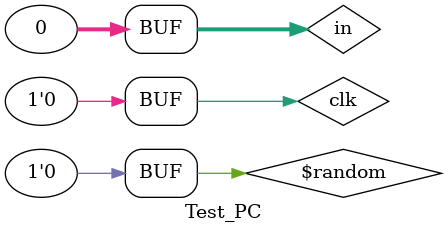
<source format=v>
`timescale 1ns / 1ps


module Test_PC;

	// Inputs
	reg clk;
	reg [31:0] in;

	// Outputs
	wire [31:0] out;

	// Instantiate the Unit Under Test (UUT)
	PC PC_ins (
		.clk(clk), 
		.in(in), 
		.out(out)
	);

	initial begin
		// Initialize Inputs
		clk = 0;
		in = 0;

		// Wait 100 ns for global reset to finish
		#100;
        
		// Add stimulus here

	end
	
	initial repeat (50) #5 clk = ~clk;
	
	initial begin 
		#100 
		in = $random;
		
		#50
		in = $random;
		
		#20
		in = $random;
	end
      
endmodule


</source>
